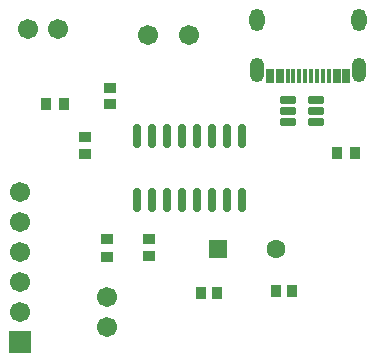
<source format=gts>
G04 Layer: TopSolderMaskLayer*
G04 EasyEDA Pro v2.2.43.4, 2025-11-30 18:35:17*
G04 Gerber Generator version 0.3*
G04 Scale: 100 percent, Rotated: No, Reflected: No*
G04 Dimensions in millimeters*
G04 Leading zeros omitted, absolute positions, 4 integers and 5 decimals*
G04 Generated by custom config*
%FSLAX45Y45*%
%MOMM*%
%AMRoundRect*1,1,$1,$2,$3*1,1,$1,$4,$5*1,1,$1,0-$2,0-$3*1,1,$1,0-$4,0-$5*20,1,$1,$2,$3,$4,$5,0*20,1,$1,$4,$5,0-$2,0-$3,0*20,1,$1,0-$2,0-$3,0-$4,0-$5,0*20,1,$1,0-$4,0-$5,$2,$3,0*4,1,4,$2,$3,$4,$5,0-$2,0-$3,0-$4,0-$5,$2,$3,0*%
%ADD10C,1.7016*%
%ADD11RoundRect,0.09131X-0.45514X-0.40514X-0.45514X0.40514*%
%ADD12RoundRect,0.0879X-0.60685X-0.28186X-0.60685X0.28186*%
%ADD13RoundRect,0.09645X-0.90257X-0.90257X-0.90257X0.90257*%
%ADD14RoundRect,0.09138X-0.40835X0.43711X0.40835X0.43711*%
%ADD15RoundRect,0.09138X-0.43711X-0.40835X-0.43711X0.40835*%
%ADD16O,0.70361X2.07259*%
%ADD17RoundRect,0.0902X-0.28168X0.55667X0.28168X0.55667*%
%ADD18RoundRect,0.08669X-0.28168X0.55667X0.28168X0.55667*%
%ADD19RoundRect,0.08002X-0.16X0.56X0.16X0.56*%
%ADD20O,1.20002X2.10002*%
%ADD21O,1.30002X1.90002*%
%ADD22RoundRect,0.09131X-0.40514X0.45514X0.40514X0.45514*%
%ADD23RoundRect,0.09554X-0.75303X0.75303X0.75303X0.75303*%
%ADD24C,1.6016*%
G75*


G04 Pad Start*
G54D10*
G01X2130796Y-711203D03*
G01X1780784Y-711203D03*
G54D11*
G01X1460500Y-1161898D03*
G01X1460500Y-1301902D03*
G01X1790700Y-2444598D03*
G01X1790700Y-2584602D03*
G54D12*
G01X3206090Y-1358900D03*
G01X2966110Y-1263904D03*
G01X2966110Y-1358900D03*
G01X2966110Y-1453896D03*
G01X3206090Y-1453896D03*
G01X3206090Y-1263904D03*
G54D10*
G01X762000Y-660400D03*
G01X1016000Y-660400D03*
G01X1435100Y-3187700D03*
G01X1435100Y-2933700D03*
G01X698500Y-2044700D03*
G01X698500Y-2298700D03*
G01X698500Y-2552700D03*
G01X698500Y-2806700D03*
G01X698500Y-3060700D03*
G54D13*
G01X698500Y-3314700D03*
G54D14*
G01X3379064Y-1714500D03*
G01X3529736Y-1714500D03*
G01X915264Y-1295400D03*
G01X1065936Y-1295400D03*
G54D15*
G01X1435100Y-2589936D03*
G01X1435100Y-2439264D03*
G54D16*
G01X1689100Y-2115058D03*
G01X1816100Y-2115058D03*
G01X1943100Y-2115058D03*
G01X2070100Y-2115058D03*
G01X2197100Y-2115058D03*
G01X2324100Y-2115058D03*
G01X2451100Y-2115058D03*
G01X2578100Y-2115058D03*
G01X1689100Y-1567942D03*
G01X1816100Y-1567942D03*
G01X1943100Y-1567942D03*
G01X2070100Y-1567942D03*
G01X2197100Y-1567942D03*
G01X2324100Y-1567942D03*
G01X2451100Y-1567942D03*
G01X2578100Y-1567942D03*
G54D18*
G01X3456902Y-1063003D03*
G01X3376892Y-1063003D03*
G54D19*
G01X3311893Y-1063003D03*
G01X3261881Y-1063003D03*
G01X3211894Y-1063003D03*
G01X3161906Y-1063003D03*
G01X3111894Y-1063003D03*
G01X3061907Y-1063003D03*
G01X3011894Y-1063003D03*
G01X2961881Y-1063003D03*
G54D18*
G01X2896883Y-1063003D03*
G01X2816898Y-1063003D03*
G54D20*
G01X3569399Y-1008012D03*
G01X2704402Y-1008012D03*
G54D21*
G01X3569399Y-587997D03*
G01X2704402Y-587997D03*
G54D11*
G01X1244600Y-1580998D03*
G01X1244600Y-1721002D03*
G54D22*
G01X2368702Y-2895600D03*
G01X2228698Y-2895600D03*
G01X2863698Y-2882900D03*
G01X3003702Y-2882900D03*
G54D23*
G01X2372208Y-2527300D03*
G54D24*
G01X2860192Y-2527300D03*
G04 Pad End*

M02*


</source>
